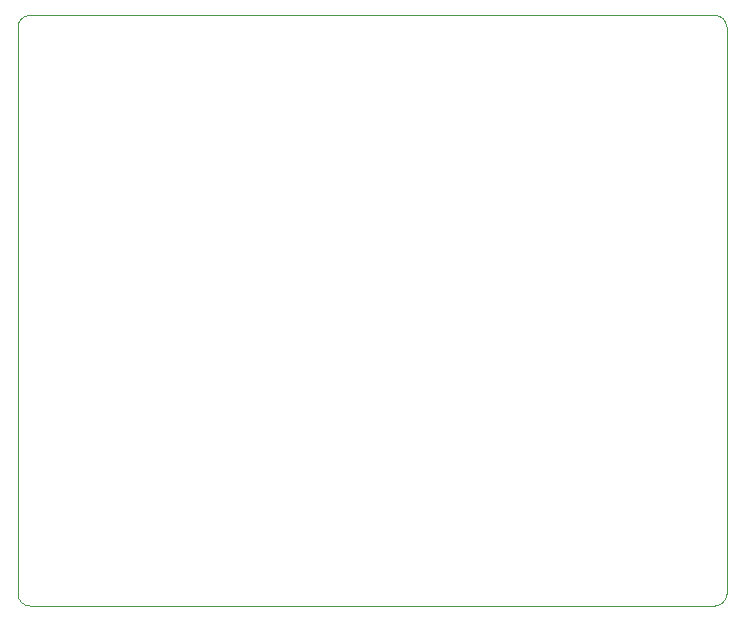
<source format=gbr>
%TF.GenerationSoftware,KiCad,Pcbnew,9.0.2*%
%TF.CreationDate,2025-10-15T23:03:26+09:00*%
%TF.ProjectId,Mother_v1_0_0,4d6f7468-6572-45f7-9631-5f305f302e6b,rev?*%
%TF.SameCoordinates,Original*%
%TF.FileFunction,Profile,NP*%
%FSLAX46Y46*%
G04 Gerber Fmt 4.6, Leading zero omitted, Abs format (unit mm)*
G04 Created by KiCad (PCBNEW 9.0.2) date 2025-10-15 23:03:26*
%MOMM*%
%LPD*%
G01*
G04 APERTURE LIST*
%TA.AperFunction,Profile*%
%ADD10C,0.050000*%
%TD*%
G04 APERTURE END LIST*
D10*
X140000000Y-81000000D02*
X140000000Y-129000000D01*
X199000000Y-80000000D02*
G75*
G02*
X200000000Y-81000000I0J-1000000D01*
G01*
X200000000Y-129000000D02*
X200000000Y-81000000D01*
X141000000Y-130000000D02*
G75*
G02*
X140000000Y-129000000I0J1000000D01*
G01*
X140000000Y-81000000D02*
G75*
G02*
X141000000Y-80000000I1000000J0D01*
G01*
X199000000Y-80000000D02*
X141000000Y-80000000D01*
X200000000Y-129000000D02*
G75*
G02*
X199000000Y-130000000I-1000000J0D01*
G01*
X141000000Y-130000000D02*
X199000000Y-130000000D01*
M02*

</source>
